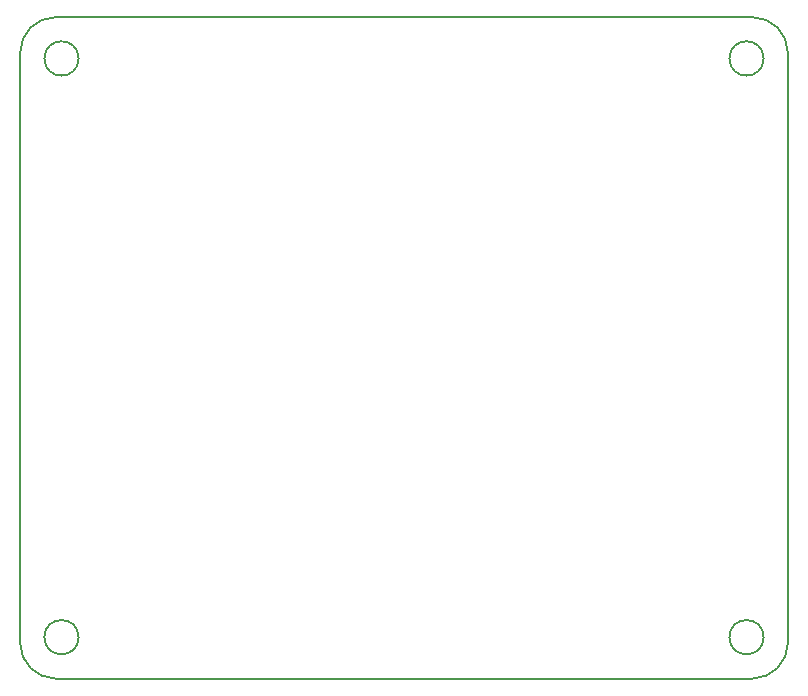
<source format=gbr>
G04 #@! TF.FileFunction,Profile,NP*
%FSLAX46Y46*%
G04 Gerber Fmt 4.6, Leading zero omitted, Abs format (unit mm)*
G04 Created by KiCad (PCBNEW 4.0.6) date 02/08/19 21:52:06*
%MOMM*%
%LPD*%
G01*
G04 APERTURE LIST*
%ADD10C,0.100000*%
%ADD11C,0.150000*%
G04 APERTURE END LIST*
D10*
D11*
X104950000Y-127500000D02*
G75*
G03X104950000Y-127500000I-1450000J0D01*
G01*
X162950000Y-127500000D02*
G75*
G03X162950000Y-127500000I-1450000J0D01*
G01*
X162950000Y-78500000D02*
G75*
G03X162950000Y-78500000I-1450000J0D01*
G01*
X104950000Y-78500000D02*
G75*
G03X104950000Y-78500000I-1450000J0D01*
G01*
X100000000Y-128000000D02*
G75*
G03X103000000Y-131000000I3000000J0D01*
G01*
X162000000Y-131000000D02*
G75*
G03X165000000Y-128000000I0J3000000D01*
G01*
X165000000Y-78000000D02*
G75*
G03X162000000Y-75000000I-3000000J0D01*
G01*
X103000000Y-75000000D02*
G75*
G03X100000000Y-78000000I0J-3000000D01*
G01*
X165000000Y-78000000D02*
X165000000Y-128000000D01*
X100000000Y-78000000D02*
X100000000Y-128000000D01*
X103000000Y-131000000D02*
X162000000Y-131000000D01*
X103000000Y-75000000D02*
X162000000Y-75000000D01*
M02*

</source>
